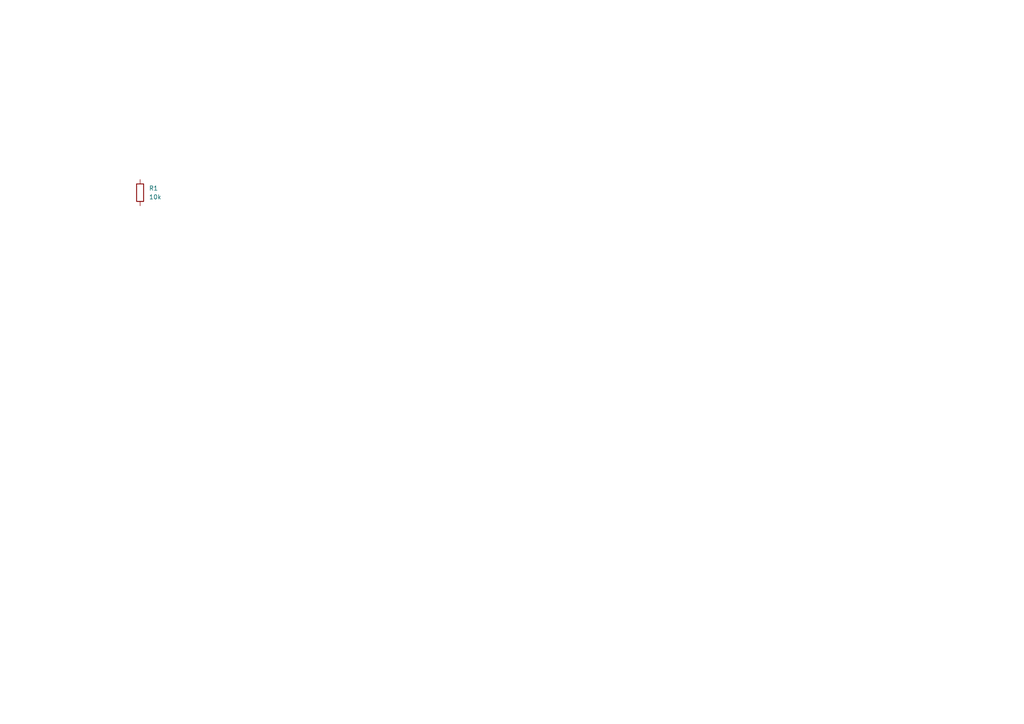
<source format=kicad_sch>
(kicad_sch (version 20250114) (generator "eeschema") (generator_version "9.0")
  (paper "A4")
  (lib_symbols
    (symbol "Device:R" (pin_numbers (hide yes)) (pin_names (offset 0))
      (property "Reference" "R" (at 2.032 0 90))
      (property "Value" "R" (at 0 0 90))
      (symbol "R_0_1"
        (rectangle (start -1.016 -2.54) (end 1.016 2.54) (stroke (width 0.254)))
      )
      (symbol "R_1_1"
        (pin passive line (at 0 3.81 270) (length 1.27) (name "~") (number "1"))
        (pin passive line (at 0 -3.81 90) (length 1.27) (name "~") (number "2"))
      )
    )
  )
  (symbol (lib_id "Device:R") (at 40.64 55.88 0) (unit 1)
    (property "Reference" "R1" (at 43.18 54.6099 0) (effects (justify left)))
    (property "Value" "10k" (at 43.18 57.1499 0) (effects (justify left)))
    (property "Footprint" "Resistor_SMD:R_0603_1608Metric" (effects (hide yes)))
  )
)
</source>
